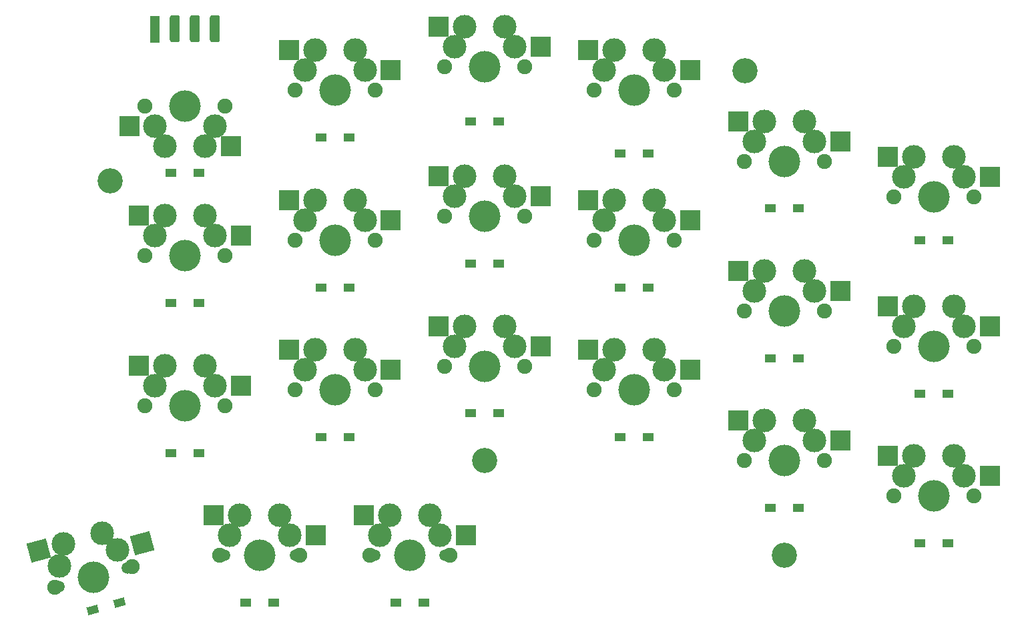
<source format=gts>
%TF.GenerationSoftware,KiCad,Pcbnew,7.0.2-0*%
%TF.CreationDate,2023-06-01T09:13:53+08:00*%
%TF.ProjectId,Input,496e7075-742e-46b6-9963-61645f706362,2*%
%TF.SameCoordinates,PX717cbc0PY58b1140*%
%TF.FileFunction,Soldermask,Top*%
%TF.FilePolarity,Negative*%
%FSLAX46Y46*%
G04 Gerber Fmt 4.6, Leading zero omitted, Abs format (unit mm)*
G04 Created by KiCad (PCBNEW 7.0.2-0) date 2023-06-01 09:13:53*
%MOMM*%
%LPD*%
G01*
G04 APERTURE LIST*
G04 Aperture macros list*
%AMRoundRect*
0 Rectangle with rounded corners*
0 $1 Rounding radius*
0 $2 $3 $4 $5 $6 $7 $8 $9 X,Y pos of 4 corners*
0 Add a 4 corners polygon primitive as box body*
4,1,4,$2,$3,$4,$5,$6,$7,$8,$9,$2,$3,0*
0 Add four circle primitives for the rounded corners*
1,1,$1+$1,$2,$3*
1,1,$1+$1,$4,$5*
1,1,$1+$1,$6,$7*
1,1,$1+$1,$8,$9*
0 Add four rect primitives between the rounded corners*
20,1,$1+$1,$2,$3,$4,$5,0*
20,1,$1+$1,$4,$5,$6,$7,0*
20,1,$1+$1,$6,$7,$8,$9,0*
20,1,$1+$1,$8,$9,$2,$3,0*%
%AMRotRect*
0 Rectangle, with rotation*
0 The origin of the aperture is its center*
0 $1 length*
0 $2 width*
0 $3 Rotation angle, in degrees counterclockwise*
0 Add horizontal line*
21,1,$1,$2,0,0,$3*%
G04 Aperture macros list end*
%ADD10C,1.900000*%
%ADD11C,3.000000*%
%ADD12C,4.000000*%
%ADD13R,2.550000X2.500000*%
%ADD14C,3.200000*%
%ADD15R,1.400000X1.000000*%
%ADD16RotRect,1.400000X1.000000X15.000000*%
%ADD17R,1.270000X3.429000*%
%ADD18RoundRect,0.317500X-0.317500X-1.397000X0.317500X-1.397000X0.317500X1.397000X-0.317500X1.397000X0*%
%ADD19RotRect,2.550000X2.500000X195.000000*%
%ADD20C,1.500000*%
G04 APERTURE END LIST*
D10*
%TO.C,SW20*%
X13920000Y21000000D03*
D11*
X15190000Y23540000D03*
D12*
X19000000Y21000000D03*
D11*
X21540000Y26080000D03*
D10*
X24080000Y21000000D03*
%TD*%
D11*
%TO.C,SW17*%
X16460000Y26080000D03*
X22810000Y23540000D03*
D13*
X13158000Y26080000D03*
X26085000Y23540000D03*
%TD*%
D14*
%TO.C,H1*%
X38000000Y-26000000D03*
%TD*%
D11*
%TO.C,SW29*%
X16460000Y7080000D03*
X22810000Y4540000D03*
D13*
X13158000Y7080000D03*
X26085000Y4540000D03*
%TD*%
D15*
%TO.C,D27*%
X55225000Y-4000000D03*
X58775000Y-4000000D03*
%TD*%
%TO.C,D18*%
X-1775000Y10500000D03*
X1775000Y10500000D03*
%TD*%
D10*
%TO.C,SW22*%
X51920000Y21000000D03*
D11*
X53190000Y23540000D03*
D12*
X57000000Y21000000D03*
D11*
X59540000Y26080000D03*
D10*
X62080000Y21000000D03*
%TD*%
%TO.C,SW44*%
X13920000Y-17000000D03*
D11*
X15190000Y-14460000D03*
D12*
X19000000Y-17000000D03*
D11*
X21540000Y-11920000D03*
D10*
X24080000Y-17000000D03*
%TD*%
D11*
%TO.C,SW15*%
X54460000Y26080000D03*
X60810000Y23540000D03*
D13*
X51158000Y26080000D03*
X64085000Y23540000D03*
%TD*%
D10*
%TO.C,SW36*%
X89920000Y-11500000D03*
D11*
X91190000Y-8960000D03*
D12*
X95000000Y-11500000D03*
D11*
X97540000Y-6420000D03*
D10*
X100080000Y-11500000D03*
%TD*%
D15*
%TO.C,D15*%
X55225000Y13000000D03*
X58775000Y13000000D03*
%TD*%
D10*
%TO.C,SW34*%
X51920000Y2000000D03*
D11*
X53190000Y4540000D03*
D12*
X57000000Y2000000D03*
D11*
X59540000Y7080000D03*
D10*
X62080000Y2000000D03*
%TD*%
D15*
%TO.C,D37*%
X93225000Y-36500000D03*
X96775000Y-36500000D03*
%TD*%
%TO.C,D52*%
X26725016Y-44000000D03*
X30275016Y-44000000D03*
%TD*%
%TO.C,D16*%
X36225000Y17000000D03*
X39775000Y17000000D03*
%TD*%
D11*
%TO.C,SW26*%
X73460000Y-1920000D03*
X79810000Y-4460000D03*
D13*
X70158000Y-1920000D03*
X83085000Y-4460000D03*
%TD*%
D10*
%TO.C,SW21*%
X32920000Y24000000D03*
D11*
X34190000Y26540000D03*
D12*
X38000000Y24000000D03*
D11*
X40540000Y29080000D03*
D10*
X43080000Y24000000D03*
%TD*%
%TO.C,SW19*%
X5080000Y19000000D03*
D11*
X3810000Y16460000D03*
D12*
X0Y19000000D03*
D11*
X-2540000Y13920000D03*
D10*
X-5080000Y19000000D03*
%TD*%
%TO.C,SW45*%
X32920000Y-14000000D03*
D11*
X34190000Y-11460000D03*
D12*
X38000000Y-14000000D03*
D11*
X40540000Y-8920000D03*
D10*
X43080000Y-14000000D03*
%TD*%
D11*
%TO.C,SW38*%
X73460000Y-20920000D03*
X79810000Y-23460000D03*
D13*
X70158000Y-20920000D03*
X83085000Y-23460000D03*
%TD*%
D16*
%TO.C,D54*%
X-11714518Y-44959404D03*
X-8285482Y-44040596D03*
%TD*%
D10*
%TO.C,SW33*%
X32920000Y5000000D03*
D11*
X34190000Y7540000D03*
D12*
X38000000Y5000000D03*
D11*
X40540000Y10080000D03*
D10*
X43080000Y5000000D03*
%TD*%
D11*
%TO.C,SW27*%
X54460000Y7080000D03*
X60810000Y4540000D03*
D13*
X51158000Y7080000D03*
X64085000Y4540000D03*
%TD*%
D10*
%TO.C,SW24*%
X89920000Y7500000D03*
D11*
X91190000Y10040000D03*
D12*
X95000000Y7500000D03*
D11*
X97540000Y12580000D03*
D10*
X100080000Y7500000D03*
%TD*%
%TO.C,SW47*%
X70920000Y-26000000D03*
D11*
X72190000Y-23460000D03*
D12*
X76000000Y-26000000D03*
D11*
X78540000Y-20920000D03*
D10*
X81080000Y-26000000D03*
%TD*%
D15*
%TO.C,D53*%
X7725000Y-44000000D03*
X11275000Y-44000000D03*
%TD*%
%TO.C,D39*%
X55225000Y-23000000D03*
X58775000Y-23000000D03*
%TD*%
D11*
%TO.C,SW52*%
X25960000Y-32920000D03*
X32310000Y-35460000D03*
D13*
X22658000Y-32920000D03*
X35585000Y-35460000D03*
%TD*%
D10*
%TO.C,SW32*%
X13920000Y2000000D03*
D11*
X15190000Y4540000D03*
D12*
X19000000Y2000000D03*
D11*
X21540000Y7080000D03*
D10*
X24080000Y2000000D03*
%TD*%
D15*
%TO.C,D42*%
X-1775000Y-25000000D03*
X1775000Y-25000000D03*
%TD*%
%TO.C,D30*%
X-1775000Y-6000000D03*
X1775000Y-6000000D03*
%TD*%
D11*
%TO.C,SW13*%
X92460000Y12580000D03*
X98810000Y10040000D03*
D13*
X89158000Y12580000D03*
X102085000Y10040000D03*
%TD*%
D15*
%TO.C,D28*%
X36225000Y-1000000D03*
X39775000Y-1000000D03*
%TD*%
D10*
%TO.C,SW35*%
X70920000Y-7000000D03*
D11*
X72190000Y-4460000D03*
D12*
X76000000Y-7000000D03*
D11*
X78540000Y-1920000D03*
D10*
X81080000Y-7000000D03*
%TD*%
%TO.C,SW43*%
X-5080000Y-19000000D03*
D11*
X-3810000Y-16460000D03*
D12*
X0Y-19000000D03*
D11*
X2540000Y-13920000D03*
D10*
X5080000Y-19000000D03*
%TD*%
%TO.C,SW31*%
X-5080000Y0D03*
D11*
X-3810000Y2540000D03*
D12*
X0Y0D03*
D11*
X2540000Y5080000D03*
D10*
X5080000Y0D03*
%TD*%
D11*
%TO.C,SW28*%
X35460000Y10080000D03*
X41810000Y7540000D03*
D13*
X32158000Y10080000D03*
X45085000Y7540000D03*
%TD*%
D14*
%TO.C,H2*%
X76000000Y-38000000D03*
%TD*%
D15*
%TO.C,D13*%
X93225000Y2000000D03*
X96775000Y2000000D03*
%TD*%
D11*
%TO.C,SW42*%
X-2540000Y-13920000D03*
X3810000Y-16460000D03*
D13*
X-5842000Y-13920000D03*
X7085000Y-16460000D03*
%TD*%
D11*
%TO.C,SW14*%
X73460000Y17080000D03*
X79810000Y14540000D03*
D13*
X70158000Y17080000D03*
X83085000Y14540000D03*
%TD*%
D11*
%TO.C,SW30*%
X-2540000Y5080000D03*
X3810000Y2540000D03*
D13*
X-5842000Y5080000D03*
X7085000Y2540000D03*
%TD*%
D14*
%TO.C,H3*%
X71000000Y23500000D03*
%TD*%
D17*
%TO.C,J1*%
X-3810000Y28722000D03*
D18*
X-1270000Y28849000D03*
X1270000Y28849000D03*
X3810000Y28849000D03*
%TD*%
D15*
%TO.C,D26*%
X74225000Y-13000000D03*
X77775000Y-13000000D03*
%TD*%
D11*
%TO.C,SW53*%
X6960000Y-32920000D03*
X13310000Y-35460000D03*
D13*
X3658000Y-32920000D03*
X16585000Y-35460000D03*
%TD*%
D14*
%TO.C,H4*%
X-9500000Y9500000D03*
%TD*%
D11*
%TO.C,SW18*%
X2540000Y13920000D03*
X-3810000Y16460000D03*
D13*
X5842000Y13920000D03*
X-7085000Y16460000D03*
%TD*%
D10*
%TO.C,SW23*%
X70920000Y12000000D03*
D11*
X72190000Y14540000D03*
D12*
X76000000Y12000000D03*
D11*
X78540000Y17080000D03*
D10*
X81080000Y12000000D03*
%TD*%
D11*
%TO.C,SW40*%
X35460000Y-8920000D03*
X41810000Y-11460000D03*
D13*
X32158000Y-8920000D03*
X45085000Y-11460000D03*
%TD*%
D11*
%TO.C,SW41*%
X16460000Y-11920000D03*
X22810000Y-14460000D03*
D13*
X13158000Y-11920000D03*
X26085000Y-14460000D03*
%TD*%
D10*
%TO.C,SW48*%
X89920000Y-30500000D03*
D11*
X91190000Y-27960000D03*
D12*
X95000000Y-30500000D03*
D11*
X97540000Y-25420000D03*
D10*
X100080000Y-30500000D03*
%TD*%
D15*
%TO.C,D14*%
X74225000Y6000000D03*
X77775000Y6000000D03*
%TD*%
%TO.C,D17*%
X17225000Y15000000D03*
X20775000Y15000000D03*
%TD*%
D11*
%TO.C,SW39*%
X54460000Y-11920000D03*
X60810000Y-14460000D03*
D13*
X51158000Y-11920000D03*
X64085000Y-14460000D03*
%TD*%
D15*
%TO.C,D40*%
X36225000Y-20000000D03*
X39775000Y-20000000D03*
%TD*%
D10*
%TO.C,SW46*%
X51920000Y-17000000D03*
D11*
X53190000Y-14460000D03*
D12*
X57000000Y-17000000D03*
D11*
X59540000Y-11920000D03*
D10*
X62080000Y-17000000D03*
%TD*%
D11*
%TO.C,SW25*%
X92460000Y-6420000D03*
X98810000Y-8960000D03*
D13*
X89158000Y-6420000D03*
X102085000Y-8960000D03*
%TD*%
D15*
%TO.C,D29*%
X17225000Y-4000000D03*
X20775000Y-4000000D03*
%TD*%
%TO.C,D25*%
X93225000Y-17500000D03*
X96775000Y-17500000D03*
%TD*%
D11*
%TO.C,SW16*%
X35460000Y29080000D03*
X41810000Y26540000D03*
D13*
X32158000Y29080000D03*
X45085000Y26540000D03*
%TD*%
D11*
%TO.C,SW54*%
X-15403252Y-36532497D03*
X-8612223Y-37342448D03*
D19*
X-18592739Y-37387118D03*
X-5448816Y-36494815D03*
%TD*%
D11*
%TO.C,SW37*%
X92460000Y-25420000D03*
X98810000Y-27960000D03*
D13*
X89158000Y-25420000D03*
X102085000Y-27960000D03*
%TD*%
D15*
%TO.C,D38*%
X74225000Y-32000000D03*
X77775000Y-32000000D03*
%TD*%
%TO.C,D41*%
X17225000Y-23000000D03*
X20775000Y-23000000D03*
%TD*%
D10*
%TO.C,SW55*%
X-6728093Y-39467199D03*
D20*
X-7288330Y-39617314D03*
D11*
X-10496345Y-35217696D03*
D12*
X-11634996Y-40782000D03*
D11*
X-15972574Y-39314649D03*
D20*
X-15981662Y-41946686D03*
D10*
X-16541899Y-42096801D03*
%TD*%
%TO.C,SW56*%
X14580004Y-38000000D03*
D20*
X14000004Y-38000000D03*
D11*
X12040004Y-32920000D03*
D12*
X9500004Y-38000000D03*
D11*
X5690004Y-35460000D03*
D20*
X5000004Y-38000000D03*
D10*
X4420004Y-38000000D03*
%TD*%
%TO.C,SW57*%
X33580000Y-38000000D03*
D20*
X33000000Y-38000000D03*
D11*
X31040000Y-32920000D03*
D12*
X28500000Y-38000000D03*
D11*
X24690000Y-35460000D03*
D20*
X24000000Y-38000000D03*
D10*
X23420000Y-38000000D03*
%TD*%
M02*

</source>
